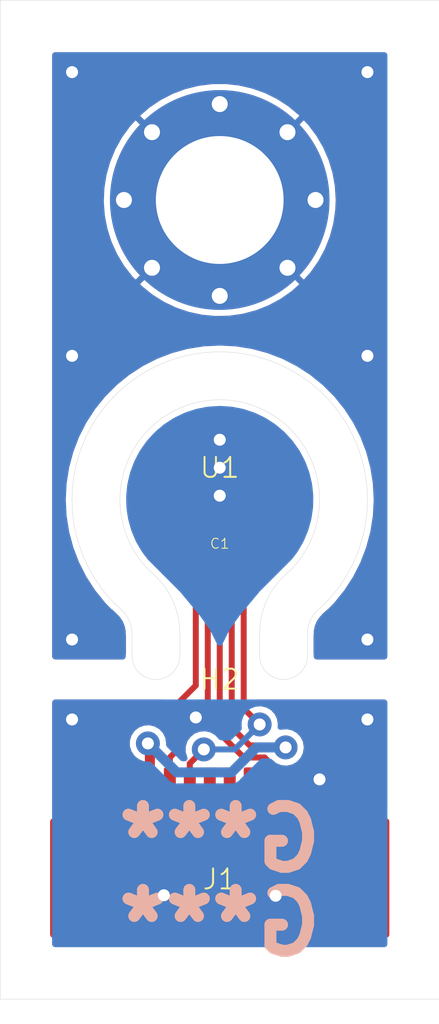
<source format=kicad_pcb>
(kicad_pcb (version 20210228) (generator pcbnew)
  (title_block (date "2021-04-02") (rev "A1"))
  (layers (0 "F.Cu" signal) (31 "B.Cu" signal) (34 "B.Paste" user) (35 "F.Paste" user) (36 "B.SilkS" user "B.Silkscreen") (37 "F.SilkS" user "F.Silkscreen") (38 "B.Mask" user) (39 "F.Mask" user) (44 "Edge.Cuts" user))
  (net 0 "")
  (net 1 "GND")
  (net 2 "VDD")
  (net 3 "/~ALERT")
  (net 7 "/SDA")
  (net 8 "/SCL")
  (net 9 "Earth_Protective")
  (net 10 "Earth_Clean")
  (footprint "ruuvitag:WSON6" (layer "F.Cu") (at 145 87.7)
    (fp_text reference "U1" (at 0 0) (layer "F.SilkS") (effects (font (size 0.5 0.5) (thickness 0.05))))
    (fp_text value "TMP117AIDRVR")
    (pad "1" smd roundrect (at -0.975 -0.65) (size 0.45 0.3) (layers "F.Cu" "F.Paste" "F.Mask") (roundrect_rratio 0.1) (net 8 "/SCL"))
    (pad "2" smd roundrect (at -0.975 0) (size 0.45 0.3) (layers "F.Cu" "F.Paste" "F.Mask") (roundrect_rratio 0.1) (net 1 "GND"))
    (pad "3" smd roundrect (at -0.975 0.65) (size 0.45 0.3) (layers "F.Cu" "F.Paste" "F.Mask") (roundrect_rratio 0.1) (net 3 "/~ALERT"))
    (pad "4" smd roundrect (at 0.975 0.65) (size 0.45 0.3) (layers "F.Cu" "F.Paste" "F.Mask") (roundrect_rratio 0.1) (net 2 "VDD"))
    (pad "5" smd roundrect (at 0.975 0) (size 0.45 0.3) (layers "F.Cu" "F.Paste" "F.Mask") (roundrect_rratio 0.1) (net 2 "VDD"))
    (pad "6" smd roundrect (at 0.975 -0.65) (size 0.45 0.3) (layers "F.Cu" "F.Paste" "F.Mask") (roundrect_rratio 0.1) (net 7 "/SDA"))
    (pad "7" smd roundrect (at 0 0) (size 0.8 2) (layers "F.Cu" "F.Mask") (roundrect_rratio 0.062) (net 9 "Earth_Protective"))
    (pad "~" smd trapezoid (at -0.98 -1.09 180) (size 0.15 0.15) (rect_delta 0 0.145) (layers "F.Cu" "F.Mask"))
  )
  (footprint "ruuvitag:0603_CAP" (layer "F.Cu") (at 145 89.6 180)
    (fp_text reference "C1" (at 0 0 180) (layer "F.SilkS") (effects (font (size 0.25 0.25) (thickness 0.025))))
    (fp_text value "1uF 10V 20% X8R 0603")
    (pad "1" smd rect (at -0.7 0 180) (size 0.6 0.8) (layers "F.Cu" "F.Paste" "F.Mask") (net 2 "VDD"))
    (pad "2" smd rect (at 0.7 0 180) (size 0.6 0.8) (layers "F.Cu" "F.Paste" "F.Mask") (net 1 "GND"))
  )
  (footprint "connector:BreakoutHoles" (layer "F.Cu") (at 145 93)
    (fp_text reference "H2" (at 0 0) (layer "F.SilkS") (effects (font (size 0.5 0.5) (thickness 0.05))))
    (fp_text value "Breakout Holes")
    (pad "" np_thru_hole circle (at -3.6 0) (size 0.4 0.4) (drill 0.4) (layers *.Cu *.Mask))
    (pad "" np_thru_hole circle (at 4.8 0) (size 0.4 0.4) (drill 0.4) (layers *.Cu *.Mask))
    (pad "" np_thru_hole circle (at 3.6 0) (size 0.4 0.4) (drill 0.4) (layers *.Cu *.Mask))
    (pad "" np_thru_hole circle (at 4.2 0) (size 0.4 0.4) (drill 0.4) (layers *.Cu *.Mask))
    (pad "" np_thru_hole circle (at -4.8 0) (size 0.4 0.4) (drill 0.4) (layers *.Cu *.Mask))
    (pad "" np_thru_hole circle (at -3 0) (size 0.4 0.4) (drill 0.4) (layers *.Cu *.Mask))
    (pad "" np_thru_hole circle (at 3 0) (size 0.4 0.4) (drill 0.4) (layers *.Cu *.Mask))
    (pad "" np_thru_hole circle (at -2.4 0) (size 0.4 0.4) (drill 0.4) (layers *.Cu *.Mask))
    (pad "" np_thru_hole circle (at 2.4 0) (size 0.4 0.4) (drill 0.4) (layers *.Cu *.Mask))
    (pad "" np_thru_hole circle (at -4.2 0) (size 0.4 0.4) (drill 0.4) (layers *.Cu *.Mask))
  )
  (footprint "ruuvitag:MountingHole_3.2mm_M3_Pad_Via" (layer "F.Cu") (at 145 81)
    (fp_text reference "T2" (at 0 0) (layer "F.SilkS") (effects (font (size 0.5 0.5) (thickness 0.05))))
    (fp_text value "Mounting Hole")
    (pad "1" thru_hole circle (at 0 0) (size 5.5 5.5) (drill 3.2) (layers *.Cu *.Mask) (net 10 "Earth_Clean"))
    (pad "1" thru_hole circle (at 1.697056 -1.697056) (size 0.7 0.7) (drill 0.4) (layers *.Cu *.Mask) (net 10 "Earth_Clean"))
    (pad "1" thru_hole circle (at 0 2.4) (size 0.7 0.7) (drill 0.4) (layers *.Cu *.Mask) (net 10 "Earth_Clean"))
    (pad "1" thru_hole circle (at 0 -2.4) (size 0.7 0.7) (drill 0.4) (layers *.Cu *.Mask) (net 10 "Earth_Clean"))
    (pad "1" thru_hole circle (at 1.697056 1.697056) (size 0.7 0.7) (drill 0.4) (layers *.Cu *.Mask) (net 10 "Earth_Clean"))
    (pad "1" thru_hole circle (at -1.697056 1.697056) (size 0.7 0.7) (drill 0.4) (layers *.Cu *.Mask) (net 10 "Earth_Clean"))
    (pad "1" thru_hole circle (at 2.4 0) (size 0.7 0.7) (drill 0.4) (layers *.Cu *.Mask) (net 10 "Earth_Clean"))
    (pad "1" thru_hole circle (at -2.4 0) (size 0.7 0.7) (drill 0.4) (layers *.Cu *.Mask) (net 10 "Earth_Clean"))
    (pad "1" thru_hole circle (at -1.697056 -1.697056) (size 0.7 0.7) (drill 0.4) (layers *.Cu *.Mask) (net 10 "Earth_Clean"))
  )
  (footprint "connector:RUUVI_CONNECTOR_FFC" (layer "F.Cu") (at 145 98)
    (fp_text reference "J1" (at 0 0) (layer "F.SilkS") (effects (font (size 0.5 0.5) (thickness 0.05))))
    (fp_text value "AFC07-S08ECA-00")
    (pad "1" smd roundrect (at -1.75 -2.2) (size 0.3 1.2) (layers "F.Cu" "F.Paste" "F.Mask") (roundrect_rratio 0.167) (net 2 "VDD"))
    (pad "2" smd roundrect (at -1.25 -2.2) (size 0.3 1.2) (layers "F.Cu" "F.Paste" "F.Mask") (roundrect_rratio 0.167) (net 8 "/SCL"))
    (pad "3" smd roundrect (at -0.75 -2.2) (size 0.3 1.2) (layers "F.Cu" "F.Paste" "F.Mask") (roundrect_rratio 0.167) (net 7 "/SDA"))
    (pad "4" smd roundrect (at -0.25 -2.2) (size 0.3 1.2) (layers "F.Cu" "F.Paste" "F.Mask") (roundrect_rratio 0.167))
    (pad "5" smd roundrect (at 0.25 -2.2) (size 0.3 1.2) (layers "F.Cu" "F.Paste" "F.Mask") (roundrect_rratio 0.167))
    (pad "6" smd roundrect (at 0.75 -2.2) (size 0.3 1.2) (layers "F.Cu" "F.Paste" "F.Mask") (roundrect_rratio 0.167))
    (pad "7" smd roundrect (at 1.25 -2.2) (size 0.3 1.2) (layers "F.Cu" "F.Paste" "F.Mask") (roundrect_rratio 0.167) (net 3 "/~ALERT"))
    (pad "8" smd roundrect (at 1.75 -2.2) (size 0.3 1.2) (layers "F.Cu" "F.Paste" "F.Mask") (roundrect_rratio 0.167) (net 1 "GND"))
    (pad "~" smd roundrect (at -3.25 -0.03) (size 2 3) (layers "F.Cu" "F.Paste" "F.Mask") (roundrect_rratio 0.045))
    (pad "~" smd trapezoid (at -2.67 -2.2) (size 0.5 0.2) (rect_delta 0.19 0) (layers "F.Cu" "F.Mask"))
    (pad "~" smd roundrect (at 3.25 -0.03) (size 2 3) (layers "F.Cu" "F.Paste" "F.Mask") (roundrect_rratio 0.045))
  )
  (footprint "LOGO" (layer "B.Cu") (at 145 99.1 180)
    (fp_text reference "G***" (at 0 0) (layer "B.SilkS") (effects (font (size 1.524 1.524) (thickness 0.3)) (justify mirror)))
    (fp_text value "LOGO" hide)
  )
  (footprint "LOGO" (layer "B.Cu") (at 145 97 180)
    (fp_text reference "G***" (at 0 0) (layer "B.SilkS") (effects (font (size 1.524 1.524) (thickness 0.3)) (justify mirror)))
    (fp_text value "LOGO" hide)
  )
  (gr_line (start 143.232233 90.267767) (end 143.414214 90.435785) (layer "Edge.Cuts") (width 0.01))
  (gr_line (start 150.5 76) (end 150.5 101) (layer "Edge.Cuts") (width 0.01))
  (gr_arc (start 147.999999 91.85) (end 147.2 91.849999) (angle 45) (layer "Edge.Cuts") (width 0.01))
  (gr_line (start 139.5 101) (end 139.5 76) (layer "Edge.Cuts") (width 0.01))
  (gr_arc (start 142.000001 91.85) (end 142.8 91.85) (angle -45) (layer "Edge.Cuts") (width 0.01))
  (gr_line (start 139.5 76) (end 150.5 76) (layer "Edge.Cuts") (width 0.01))
  (gr_arc (start 148 91.85) (end 146 91.85) (angle 45) (layer "Edge.Cuts") (width 0.01))
  (gr_line (start 147.434315 91.284314) (end 147.616292 91.116291) (layer "Edge.Cuts") (width 0.01))
  (gr_line (start 150.5 101) (end 139.5 101) (layer "Edge.Cuts") (width 0.01))
  (gr_arc (start 142 91.85) (end 143.414214 90.435785) (angle 45) (layer "Edge.Cuts") (width 0.01))
  (gr_line (start 147.2 92.4) (end 147.2 91.849999) (layer "Edge.Cuts") (width 0.01))
  (gr_arc (start 146.6 92.4) (end 146 92.4) (angle -180) (layer "Edge.Cuts") (width 0.01))
  (gr_arc (start 145 88.499998) (end 142.383703 91.116293) (angle 270) (layer "Edge.Cuts") (width 0.01))
  (gr_arc (start 145 88.5) (end 143.232233 90.267767) (angle 270) (layer "Edge.Cuts") (width 0.01))
  (gr_line (start 146.767767 90.267767) (end 146.585786 90.435786) (layer "Edge.Cuts") (width 0.01))
  (gr_line (start 146 91.85) (end 146 92.4) (layer "Edge.Cuts") (width 0.01))
  (gr_line (start 142.383703 91.116293) (end 142.565685 91.284315) (layer "Edge.Cuts") (width 0.01))
  (gr_arc (start 143.4 92.4) (end 142.8 92.4) (angle -180) (layer "Edge.Cuts") (width 0.01))
  (gr_line (start 142.8 92.4) (end 142.8 91.85) (layer "Edge.Cuts") (width 0.01))
  (gr_line (start 144.000001 91.85) (end 144 92.4) (layer "Edge.Cuts") (width 0.01))
  (segment (start 144.025 87.7) (end 143.65 87.7) (width 0.15) (layer "F.Cu") (net 1))
  (segment (start 143.65 87.7) (end 143.55 87.8) (width 0.15) (layer "F.Cu") (net 1))
  (segment (start 144.7 93.65) (end 144.7 90.65) (width 0.15) (layer "F.Cu") (net 1))
  (segment (start 144.4 93.95) (end 144.7 93.65) (width 0.15) (layer "F.Cu") (net 1))
  (segment (start 144.7 90.65) (end 144.3 90.25) (width 0.15) (layer "F.Cu") (net 1))
  (segment (start 144.3 90.25) (end 144.3 89.6) (width 0.15) (layer "F.Cu") (net 1))
  (segment (start 143.55 87.8) (end 143.55 88.85) (width 0.15) (layer "F.Cu") (net 1))
  (segment (start 143.55 88.85) (end 144.3 89.6) (width 0.15) (layer "F.Cu") (net 1))
  (via (at 144.4 93.95) (size 0.6) (drill 0.3) (layers "F.Cu" "B.Cu") (net 1))
  (via (at 148.7 94) (size 0.6) (drill 0.3) (layers "F.Cu" "B.Cu") (net 1))
  (via (at 143.6 98.4) (size 0.6) (drill 0.3) (layers "F.Cu" "B.Cu") (net 1))
  (via (at 147.5 95.5) (size 0.6) (drill 0.3) (layers "F.Cu" "B.Cu") (net 1))
  (via (at 141.3 94) (size 0.6) (drill 0.3) (layers "F.Cu" "B.Cu") (net 1))
  (via (at 146.4 98.4125) (size 0.6) (drill 0.3) (layers "F.Cu" "B.Cu") (net 1))
  (segment (start 146.3 87.7) (end 146.45 87.85) (width 0.15) (layer "F.Cu") (net 2))
  (segment (start 145.3 90.1) (end 145.7 89.7) (width 0.15) (layer "F.Cu") (net 2))
  (segment (start 145.75 94.65) (end 145.3 94.2) (width 0.15) (layer "F.Cu") (net 2))
  (segment (start 146.65 94.7) (end 146.6 94.65) (width 0.15) (layer "F.Cu") (net 2))
  (segment (start 143.2 94.6) (end 143.25 94.65) (width 0.15) (layer "F.Cu") (net 2))
  (segment (start 145.975 88.725) (end 145.7 89) (width 0.15) (layer "F.Cu") (net 2))
  (segment (start 146.3 88.35) (end 145.975 88.35) (width 0.15) (layer "F.Cu") (net 2))
  (segment (start 146.6 94.65) (end 145.75 94.65) (width 0.15) (layer "F.Cu") (net 2))
  (segment (start 145.7 89) (end 145.7 89.6) (width 0.15) (layer "F.Cu") (net 2))
  (segment (start 146.45 88.2) (end 146.3 88.35) (width 0.15) (layer "F.Cu") (net 2))
  (segment (start 145.975 88.35) (end 145.975 88.725) (width 0.15) (layer "F.Cu") (net 2))
  (segment (start 145.975 87.7) (end 146.3 87.7) (width 0.15) (layer "F.Cu") (net 2))
  (segment (start 145.3 94.2) (end 145.3 90.1) (width 0.15) (layer "F.Cu") (net 2))
  (segment (start 143.25 94.65) (end 143.25 95.8) (width 0.25) (layer "F.Cu") (net 2))
  (segment (start 146.45 87.85) (end 146.45 88.2) (width 0.15) (layer "F.Cu") (net 2))
  (via (at 143.2 94.6) (size 0.6) (drill 0.3) (layers "F.Cu" "B.Cu") (net 2))
  (via (at 146.65 94.7) (size 0.6) (drill 0.3) (layers "F.Cu" "B.Cu") (net 2))
  (segment (start 145.920004 94.7) (end 145.294993 95.325011) (width 0.25) (layer "B.Cu") (net 2))
  (segment (start 145.294993 95.325011) (end 143.925011 95.325011) (width 0.25) (layer "B.Cu") (net 2))
  (segment (start 143.925011 95.325011) (end 143.2 94.6) (width 0.25) (layer "B.Cu") (net 2))
  (segment (start 146.65 94.7) (end 145.920004 94.7) (width 0.25) (layer "B.Cu") (net 2))
  (segment (start 144.025 88.725) (end 144.25 88.95) (width 0.15) (layer "F.Cu") (net 3))
  (segment (start 144.025 88.35) (end 144.025 88.725) (width 0.15) (layer "F.Cu") (net 3))
  (segment (start 145 89.25) (end 145 89.325) (width 0.15) (layer "F.Cu") (net 3))
  (segment (start 145.602006 94.952006) (end 146.124989 94.952006) (width 0.15) (layer "F.Cu") (net 3))
  (segment (start 146.25 95.077017) (end 146.25 95.8) (width 0.15) (layer "F.Cu") (net 3))
  (segment (start 146.124989 94.952006) (end 146.25 95.077017) (width 0.15) (layer "F.Cu") (net 3))
  (segment (start 144.25 88.95) (end 144.7 88.95) (width 0.15) (layer "F.Cu") (net 3))
  (segment (start 145 89.25) (end 145 94.35) (width 0.15) (layer "F.Cu") (net 3))
  (segment (start 145 94.35) (end 145.602006 94.952006) (width 0.15) (layer "F.Cu") (net 3))
  (segment (start 144.7 88.95) (end 145 89.25) (width 0.15) (layer "F.Cu") (net 3))
  (segment (start 145.6 90.80251) (end 146.75 89.65251) (width 0.15) (layer "F.Cu") (net 7))
  (segment (start 146.75 87.45) (end 146.35 87.05) (width 0.15) (layer "F.Cu") (net 7))
  (segment (start 145.6 93.725) (end 145.6 90.80251) (width 0.15) (layer "F.Cu") (net 7))
  (segment (start 146.75 89.65251) (end 146.75 87.45) (width 0.15) (layer "F.Cu") (net 7))
  (segment (start 144.25 95.1) (end 144.25 95.8) (width 0.15) (layer "F.Cu") (net 7))
  (segment (start 146 94.125) (end 145.6 93.725) (width 0.15) (layer "F.Cu") (net 7))
  (segment (start 144.6 94.75) (end 144.25 95.1) (width 0.15) (layer "F.Cu") (net 7))
  (segment (start 146.35 87.05) (end 145.975 87.05) (width 0.15) (layer "F.Cu") (net 7))
  (via (at 144.6 94.75) (size 0.6) (drill 0.3) (layers "F.Cu" "B.Cu") (net 7))
  (via (at 146 94.125) (size 0.6) (drill 0.3) (layers "F.Cu" "B.Cu") (net 7))
  (segment (start 145.375 94.75) (end 144.6 94.75) (width 0.15) (layer "B.Cu") (net 7))
  (segment (start 146 94.125) (end 145.375 94.75) (width 0.15) (layer "B.Cu") (net 7))
  (segment (start 143.874989 94.825011) (end 143.85 94.85) (width 0.15) (layer "F.Cu") (net 8))
  (segment (start 144.025 87.05) (end 143.643927 87.05) (width 0.15) (layer "F.Cu") (net 8))
  (segment (start 144.4 90.8) (end 144.4 93.15) (width 0.15) (layer "F.Cu") (net 8))
  (segment (start 143.874989 93.675011) (end 143.874989 94.825011) (width 0.15) (layer "F.Cu") (net 8))
  (segment (start 143.75 94.95) (end 143.75 95.8) (width 0.15) (layer "F.Cu") (net 8))
  (segment (start 143.874989 94.825011) (end 143.75 94.95) (width 0.15) (layer "F.Cu") (net 8))
  (segment (start 143.25 89.65) (end 144.4 90.8) (width 0.15) (layer "F.Cu") (net 8))
  (segment (start 144.4 93.15) (end 143.874989 93.675011) (width 0.15) (layer "F.Cu") (net 8))
  (segment (start 143.25 87.443927) (end 143.25 89.65) (width 0.15) (layer "F.Cu") (net 8))
  (segment (start 143.643927 87.05) (end 143.25 87.443927) (width 0.15) (layer "F.Cu") (net 8))
  (via (at 145 88.4) (size 0.6) (drill 0.3) (layers "F.Cu" "B.Cu") (net 9))
  (via (at 145 87.7) (size 0.6) (drill 0.3) (layers "F.Cu" "B.Cu") (net 9))
  (via (at 145 87) (size 0.6) (drill 0.3) (layers "F.Cu" "B.Cu") (net 9))
  (via (at 148.7 84.9) (size 0.6) (drill 0.3) (layers "F.Cu" "B.Cu") (net 10))
  (via (at 148.7 92) (size 0.6) (drill 0.3) (layers "F.Cu" "B.Cu") (net 10))
  (via (at 141.3 77.8) (size 0.6) (drill 0.3) (layers "F.Cu" "B.Cu") (net 10))
  (via (at 141.3 92) (size 0.6) (drill 0.3) (layers "F.Cu" "B.Cu") (net 10))
  (via (at 148.7 77.8) (size 0.6) (drill 0.3) (layers "F.Cu" "B.Cu") (net 10))
  (via (at 141.3 84.9) (size 0.6) (drill 0.3) (layers "F.Cu" "B.Cu") (net 10))
  (segment (start 145 83.4) (end 145 81) (width 0.15) (layer "B.Cu") (net 10))
  (segment (start 142.6 81) (end 145 81) (width 0.15) (layer "B.Cu") (net 10))
  (segment (start 147.4 81) (end 145 81) (width 0.15) (layer "B.Cu") (net 10))
  (segment (start 145 78.6) (end 145 81) (width 0.15) (layer "B.Cu") (net 10))
  (zone (net 1) (net_name "GND") (layers F&B.Cu) (connect_pads (clearance 0.15)) (min_thickness 0.15) (fill yes (thermal_gap 0.15) (thermal_bridge_width 0.16))
    (polygon (pts (xy 149.2 99.7) (xy 140.8 99.7) (xy 140.8 93.5) (xy 149.2 93.5)))
  )
  (zone (net 10) (net_name "Earth_Clean") (layers F&B.Cu) (connect_pads (clearance 0.15)) (min_thickness 0.15) (fill yes (thermal_gap 0.15) (thermal_bridge_width 0.16))
    (polygon (pts (xy 149.2 92.5) (xy 146.5 92.5) (xy 148.5 88.5) (xy 146.5 85.5) (xy 143.5 85.5) (xy 141.5 88.5) (xy 143.5 92.5) (xy 140.8 92.5) (xy 140.8 77.3) (xy 149.2 77.3)))
  )
  (zone (net 9) (net_name "Earth_Protective") (layer "B.Cu") (connect_pads yes (clearance 0.15)) (min_thickness 0.15) (fill yes (thermal_gap 0.15) (thermal_bridge_width 0.16))
    (polygon (pts (xy 147 86.5) (xy 148 88.5) (xy 147 89.8) (xy 146 90.8) (xy 145.5 91.4) (xy 145.25 91.75) (xy 145 92.25) (xy 144.75 91.75) (xy 144.5 91.4) (xy 144 90.8) (xy 143 89.8) (xy 142 88.5) (xy 143 86.5) (xy 145 85.5)))
  )
)
</source>
